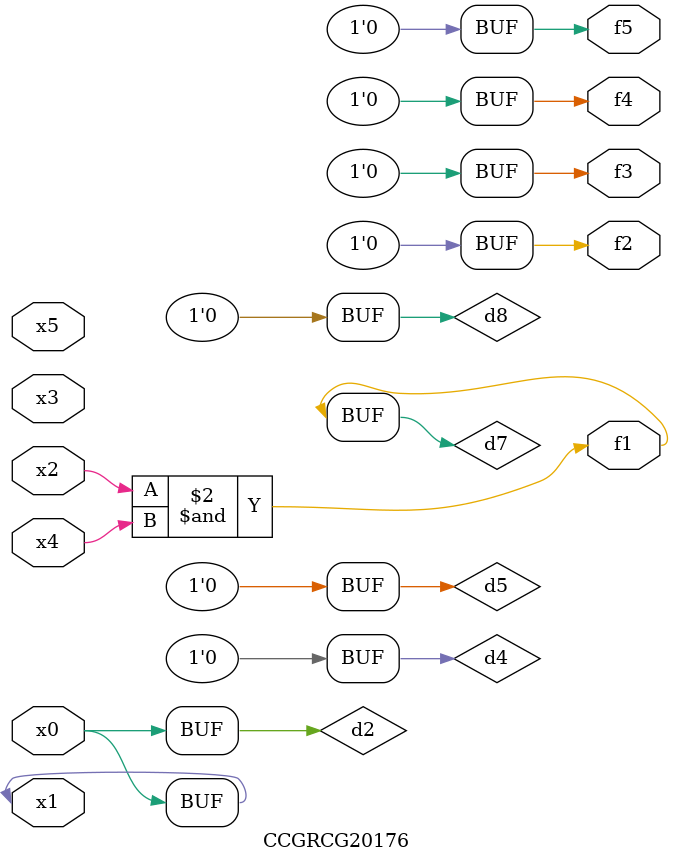
<source format=v>
module CCGRCG20176(
	input x0, x1, x2, x3, x4, x5,
	output f1, f2, f3, f4, f5
);

	wire d1, d2, d3, d4, d5, d6, d7, d8, d9;

	nand (d1, x1);
	buf (d2, x0, x1);
	nand (d3, x2, x4);
	and (d4, d1, d2);
	and (d5, d1, d2);
	nand (d6, d1, d3);
	not (d7, d3);
	xor (d8, d5);
	nor (d9, d5, d6);
	assign f1 = d7;
	assign f2 = d8;
	assign f3 = d8;
	assign f4 = d8;
	assign f5 = d8;
endmodule

</source>
